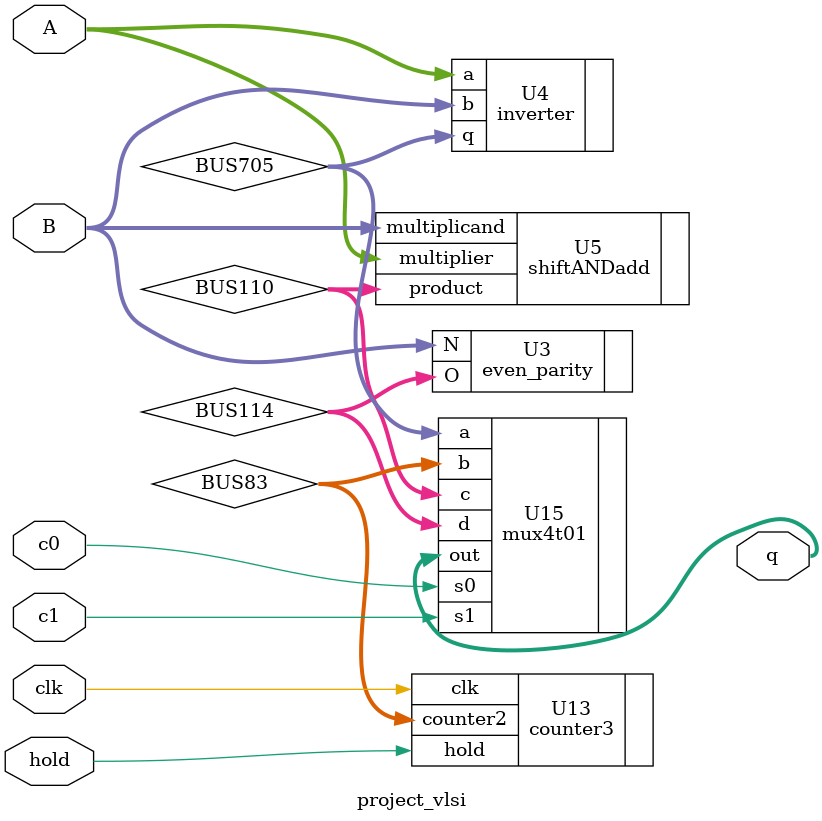
<source format=v>

`ifdef _VCP
`else
`define library(a,b)
`endif


`timescale 1ps / 1ps

module project_vlsi (c0,c1,hold,A,B,q,clk) ;

// ------------ Port declarations --------- //
input c0;
wire c0;
input c1;
wire c1;
input hold;
wire hold;
input [7:0] A;
wire [7:0] A;
input [7:0] B;
wire [7:0] B;
output [15:0] q;
wire [15:0] q;
input clk;
wire clk;

// ----------- Signal declarations -------- //
wire [15:0] BUS110;
wire [15:0] BUS114;
wire [15:0] BUS705;
wire [15:0] BUS83;

// -------- Component instantiations -------//

counter3 U13
(
	.clk(clk),
	.hold(hold),
	.counter2(BUS83)
);



mux4t01 U15
(
	.a(BUS705),
	.b(BUS83),
	.c(BUS110),
	.d(BUS114),
	.s0(c0),
	.s1(c1),
	.out(q)
);



even_parity U3
(
	.N(B),
	.O(BUS114)
);



inverter U4
(
	.a(A),
	.b(B),
	.q(BUS705)
);



shiftANDadd U5
(
	.product(BUS110),
	.multiplier(A),
	.multiplicand(B)
);



endmodule 

</source>
